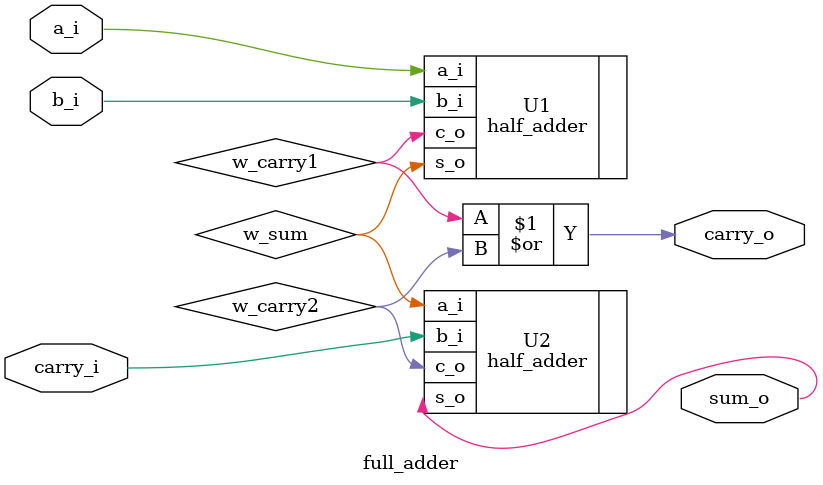
<source format=v>
module full_adder(
	a_i,
	b_i,
	carry_i,
	sum_o,
	carry_o
);
	input a_i, b_i, carry_i;
	output sum_o, carry_o;
	wire w_sum, w_carry1, w_carry2;
	half_adder U1(
		.a_i(a_i),
		.b_i(b_i),
		.s_o(w_sum),
		.c_o(w_carry1)
	);
	
	half_adder U2(
		.a_i(w_sum),
		.b_i(carry_i),
		.s_o(sum_o),
		.c_o(w_carry2)
	);

	or U3(carry_o, w_carry1, w_carry2);

endmodule
</source>
